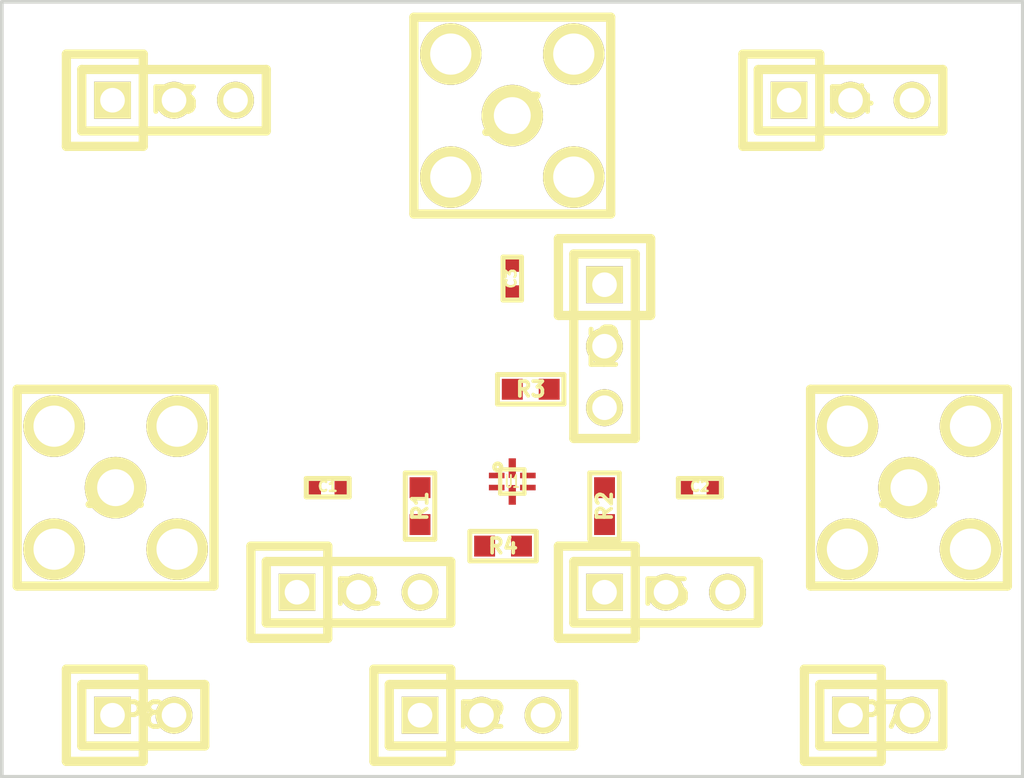
<source format=kicad_pcb>
(kicad_pcb (version 4) (host pcbnew "(2015-08-18 BZR 6102)-product")

  (general
    (links 34)
    (no_connects 34)
    (area 0 0 0 0)
    (thickness 1.6)
    (drawings 4)
    (tracks 0)
    (zones 0)
    (modules 19)
    (nets 15)
  )

  (page A4)
  (layers
    (0 F.Cu signal)
    (31 B.Cu signal)
    (32 B.Adhes user)
    (33 F.Adhes user)
    (34 B.Paste user)
    (35 F.Paste user)
    (36 B.SilkS user)
    (37 F.SilkS user)
    (38 B.Mask user)
    (39 F.Mask user)
    (40 Dwgs.User user)
    (41 Cmts.User user)
    (42 Eco1.User user)
    (43 Eco2.User user)
    (44 Edge.Cuts user)
    (45 Margin user)
    (46 B.CrtYd user)
    (47 F.CrtYd user)
    (48 B.Fab user)
    (49 F.Fab user)
  )

  (setup
    (last_trace_width 0.25)
    (trace_clearance 0.2)
    (zone_clearance 0.508)
    (zone_45_only no)
    (trace_min 0.2)
    (segment_width 0.2)
    (edge_width 0.15)
    (via_size 0.6)
    (via_drill 0.4)
    (via_min_size 0.4)
    (via_min_drill 0.3)
    (uvia_size 0.3)
    (uvia_drill 0.1)
    (uvias_allowed no)
    (uvia_min_size 0.2)
    (uvia_min_drill 0.1)
    (pcb_text_width 0.3)
    (pcb_text_size 1.5 1.5)
    (mod_edge_width 0.15)
    (mod_text_size 1 1)
    (mod_text_width 0.15)
    (pad_size 1.524 1.524)
    (pad_drill 0.762)
    (pad_to_mask_clearance 0.2)
    (aux_axis_origin 0 0)
    (visible_elements FFFFFF7F)
    (pcbplotparams
      (layerselection 0x00030_80000001)
      (usegerberextensions false)
      (excludeedgelayer true)
      (linewidth 0.100000)
      (plotframeref false)
      (viasonmask false)
      (mode 1)
      (useauxorigin false)
      (hpglpennumber 1)
      (hpglpenspeed 20)
      (hpglpendiameter 15)
      (hpglpenoverlay 2)
      (psnegative false)
      (psa4output false)
      (plotreference true)
      (plotvalue true)
      (plotinvisibletext false)
      (padsonsilk false)
      (subtractmaskfromsilk false)
      (outputformat 1)
      (mirror false)
      (drillshape 1)
      (scaleselection 1)
      (outputdirectory ""))
  )

  (net 0 "")
  (net 1 "Net-(C1-Pad2)")
  (net 2 "Net-(C1-Pad1)")
  (net 3 "Net-(C2-Pad2)")
  (net 4 "Net-(C2-Pad1)")
  (net 5 "Net-(C3-Pad2)")
  (net 6 "Net-(C3-Pad1)")
  (net 7 GND)
  (net 8 VCC)
  (net 9 "Net-(P2-Pad2)")
  (net 10 "Net-(P3-Pad2)")
  (net 11 "Net-(P4-Pad2)")
  (net 12 "Net-(P1-Pad2)")
  (net 13 "Net-(P5-Pad2)")
  (net 14 "Net-(P6-Pad2)")

  (net_class Default "This is the default net class."
    (clearance 0.2)
    (trace_width 0.25)
    (via_dia 0.6)
    (via_drill 0.4)
    (uvia_dia 0.3)
    (uvia_drill 0.1)
    (add_net GND)
    (add_net "Net-(C1-Pad1)")
    (add_net "Net-(C1-Pad2)")
    (add_net "Net-(C2-Pad1)")
    (add_net "Net-(C2-Pad2)")
    (add_net "Net-(C3-Pad1)")
    (add_net "Net-(C3-Pad2)")
    (add_net "Net-(P1-Pad2)")
    (add_net "Net-(P2-Pad2)")
    (add_net "Net-(P3-Pad2)")
    (add_net "Net-(P4-Pad2)")
    (add_net "Net-(P5-Pad2)")
    (add_net "Net-(P6-Pad2)")
    (add_net VCC)
  )

  (module gsg-modules:0402 (layer F.Cu) (tedit 4FB6CFE4) (tstamp 56DA2902)
    (at 144.78 101.854 180)
    (path /56DA2888)
    (solder_mask_margin 0.1016)
    (fp_text reference C1 (at 0 0.0508 180) (layer F.SilkS)
      (effects (font (size 0.4064 0.4064) (thickness 0.1016)))
    )
    (fp_text value C (at 0 0.0508 180) (layer F.SilkS) hide
      (effects (font (size 0.4064 0.4064) (thickness 0.1016)))
    )
    (fp_line (start 0.889 -0.381) (end 0.889 0.381) (layer F.SilkS) (width 0.2032))
    (fp_line (start 0.889 0.381) (end -0.889 0.381) (layer F.SilkS) (width 0.2032))
    (fp_line (start -0.889 0.381) (end -0.889 -0.381) (layer F.SilkS) (width 0.2032))
    (fp_line (start -0.889 -0.381) (end 0.889 -0.381) (layer F.SilkS) (width 0.2032))
    (pad 2 smd rect (at 0.5334 0 180) (size 0.508 0.5588) (layers F.Cu F.Paste F.Mask)
      (net 1 "Net-(C1-Pad2)") (solder_mask_margin 0.1016))
    (pad 1 smd rect (at -0.5334 0 180) (size 0.508 0.5588) (layers F.Cu F.Paste F.Mask)
      (net 2 "Net-(C1-Pad1)") (solder_mask_margin 0.1016))
  )

  (module gsg-modules:0402 (layer F.Cu) (tedit 4FB6CFE4) (tstamp 56DA2908)
    (at 160.147 101.854 180)
    (path /56DA5399)
    (solder_mask_margin 0.1016)
    (fp_text reference C2 (at 0 0.0508 180) (layer F.SilkS)
      (effects (font (size 0.4064 0.4064) (thickness 0.1016)))
    )
    (fp_text value C (at 0 0.0508 180) (layer F.SilkS) hide
      (effects (font (size 0.4064 0.4064) (thickness 0.1016)))
    )
    (fp_line (start 0.889 -0.381) (end 0.889 0.381) (layer F.SilkS) (width 0.2032))
    (fp_line (start 0.889 0.381) (end -0.889 0.381) (layer F.SilkS) (width 0.2032))
    (fp_line (start -0.889 0.381) (end -0.889 -0.381) (layer F.SilkS) (width 0.2032))
    (fp_line (start -0.889 -0.381) (end 0.889 -0.381) (layer F.SilkS) (width 0.2032))
    (pad 2 smd rect (at 0.5334 0 180) (size 0.508 0.5588) (layers F.Cu F.Paste F.Mask)
      (net 3 "Net-(C2-Pad2)") (solder_mask_margin 0.1016))
    (pad 1 smd rect (at -0.5334 0 180) (size 0.508 0.5588) (layers F.Cu F.Paste F.Mask)
      (net 4 "Net-(C2-Pad1)") (solder_mask_margin 0.1016))
  )

  (module gsg-modules:0402 (layer F.Cu) (tedit 4FB6CFE4) (tstamp 56DA290E)
    (at 152.4 93.218 270)
    (path /56DA5646)
    (solder_mask_margin 0.1016)
    (fp_text reference C3 (at 0 0.0508 270) (layer F.SilkS)
      (effects (font (size 0.4064 0.4064) (thickness 0.1016)))
    )
    (fp_text value C (at 0 0.0508 270) (layer F.SilkS) hide
      (effects (font (size 0.4064 0.4064) (thickness 0.1016)))
    )
    (fp_line (start 0.889 -0.381) (end 0.889 0.381) (layer F.SilkS) (width 0.2032))
    (fp_line (start 0.889 0.381) (end -0.889 0.381) (layer F.SilkS) (width 0.2032))
    (fp_line (start -0.889 0.381) (end -0.889 -0.381) (layer F.SilkS) (width 0.2032))
    (fp_line (start -0.889 -0.381) (end 0.889 -0.381) (layer F.SilkS) (width 0.2032))
    (pad 2 smd rect (at 0.5334 0 270) (size 0.508 0.5588) (layers F.Cu F.Paste F.Mask)
      (net 5 "Net-(C3-Pad2)") (solder_mask_margin 0.1016))
    (pad 1 smd rect (at -0.5334 0 270) (size 0.508 0.5588) (layers F.Cu F.Paste F.Mask)
      (net 6 "Net-(C3-Pad1)") (solder_mask_margin 0.1016))
  )

  (module gsg-modules:SMA-VERTICAL (layer F.Cu) (tedit 5047A6AD) (tstamp 56DA2917)
    (at 136.017 101.854)
    (path /56DA22DC)
    (fp_text reference J1 (at 0 0) (layer F.SilkS)
      (effects (font (thickness 0.3048)))
    )
    (fp_text value SMA (at 0 0) (layer F.SilkS) hide
      (effects (font (thickness 0.3048)))
    )
    (fp_line (start -4.064 -4.064) (end -4.064 4.064) (layer F.SilkS) (width 0.381))
    (fp_line (start -4.064 4.064) (end 4.064 4.064) (layer F.SilkS) (width 0.381))
    (fp_line (start 4.064 4.064) (end 4.064 -4.064) (layer F.SilkS) (width 0.381))
    (fp_line (start 4.064 -4.064) (end -4.064 -4.064) (layer F.SilkS) (width 0.381))
    (pad 1 thru_hole circle (at 0 0) (size 2.54 2.54) (drill 1.524) (layers *.Cu *.Mask F.SilkS)
      (net 1 "Net-(C1-Pad2)"))
    (pad 2 thru_hole circle (at -2.54 -2.54) (size 2.54 2.54) (drill 1.7018) (layers *.Cu *.Mask F.SilkS)
      (net 7 GND))
    (pad 3 thru_hole circle (at -2.54 2.54) (size 2.54 2.54) (drill 1.7018) (layers *.Cu *.Mask F.SilkS))
    (pad 4 thru_hole circle (at 2.54 2.54) (size 2.54 2.54) (drill 1.7018) (layers *.Cu *.Mask F.SilkS))
    (pad 5 thru_hole circle (at 2.54 -2.54) (size 2.54 2.54) (drill 1.7018) (layers *.Cu *.Mask F.SilkS))
  )

  (module gsg-modules:SMA-VERTICAL (layer F.Cu) (tedit 5047A6AD) (tstamp 56DA2920)
    (at 168.783 101.854)
    (path /56DA4793)
    (fp_text reference J2 (at 0 0) (layer F.SilkS)
      (effects (font (thickness 0.3048)))
    )
    (fp_text value SMA (at 0 0) (layer F.SilkS) hide
      (effects (font (thickness 0.3048)))
    )
    (fp_line (start -4.064 -4.064) (end -4.064 4.064) (layer F.SilkS) (width 0.381))
    (fp_line (start -4.064 4.064) (end 4.064 4.064) (layer F.SilkS) (width 0.381))
    (fp_line (start 4.064 4.064) (end 4.064 -4.064) (layer F.SilkS) (width 0.381))
    (fp_line (start 4.064 -4.064) (end -4.064 -4.064) (layer F.SilkS) (width 0.381))
    (pad 1 thru_hole circle (at 0 0) (size 2.54 2.54) (drill 1.524) (layers *.Cu *.Mask F.SilkS)
      (net 4 "Net-(C2-Pad1)"))
    (pad 2 thru_hole circle (at -2.54 -2.54) (size 2.54 2.54) (drill 1.7018) (layers *.Cu *.Mask F.SilkS)
      (net 7 GND))
    (pad 3 thru_hole circle (at -2.54 2.54) (size 2.54 2.54) (drill 1.7018) (layers *.Cu *.Mask F.SilkS))
    (pad 4 thru_hole circle (at 2.54 2.54) (size 2.54 2.54) (drill 1.7018) (layers *.Cu *.Mask F.SilkS))
    (pad 5 thru_hole circle (at 2.54 -2.54) (size 2.54 2.54) (drill 1.7018) (layers *.Cu *.Mask F.SilkS))
  )

  (module gsg-modules:SMA-VERTICAL (layer F.Cu) (tedit 5047A6AD) (tstamp 56DA2929)
    (at 152.4 86.487)
    (path /56DA2121)
    (fp_text reference J3 (at 0 0) (layer F.SilkS)
      (effects (font (thickness 0.3048)))
    )
    (fp_text value SMA (at 0 0) (layer F.SilkS) hide
      (effects (font (thickness 0.3048)))
    )
    (fp_line (start -4.064 -4.064) (end -4.064 4.064) (layer F.SilkS) (width 0.381))
    (fp_line (start -4.064 4.064) (end 4.064 4.064) (layer F.SilkS) (width 0.381))
    (fp_line (start 4.064 4.064) (end 4.064 -4.064) (layer F.SilkS) (width 0.381))
    (fp_line (start 4.064 -4.064) (end -4.064 -4.064) (layer F.SilkS) (width 0.381))
    (pad 1 thru_hole circle (at 0 0) (size 2.54 2.54) (drill 1.524) (layers *.Cu *.Mask F.SilkS)
      (net 6 "Net-(C3-Pad1)"))
    (pad 2 thru_hole circle (at -2.54 -2.54) (size 2.54 2.54) (drill 1.7018) (layers *.Cu *.Mask F.SilkS)
      (net 7 GND))
    (pad 3 thru_hole circle (at -2.54 2.54) (size 2.54 2.54) (drill 1.7018) (layers *.Cu *.Mask F.SilkS))
    (pad 4 thru_hole circle (at 2.54 2.54) (size 2.54 2.54) (drill 1.7018) (layers *.Cu *.Mask F.SilkS))
    (pad 5 thru_hole circle (at 2.54 -2.54) (size 2.54 2.54) (drill 1.7018) (layers *.Cu *.Mask F.SilkS))
  )

  (module gsg-modules:HEADER-1x3 (layer F.Cu) (tedit 4F8A5ED8) (tstamp 56DA2930)
    (at 146.05 106.172)
    (tags CONN)
    (path /56DA2D1A)
    (fp_text reference P1 (at 0 0) (layer F.SilkS)
      (effects (font (size 1.016 1.016) (thickness 0.2032)))
    )
    (fp_text value CONN_01X03 (at 0 0) (layer F.SilkS) hide
      (effects (font (size 1.016 1.016) (thickness 0.2032)))
    )
    (fp_line (start -3.81 -1.27) (end 3.81 -1.27) (layer F.SilkS) (width 0.381))
    (fp_line (start 3.81 -1.27) (end 3.81 1.27) (layer F.SilkS) (width 0.381))
    (fp_line (start 3.81 1.27) (end -3.81 1.27) (layer F.SilkS) (width 0.381))
    (fp_line (start -1.27 1.905) (end -1.27 -1.905) (layer F.SilkS) (width 0.381))
    (fp_line (start -1.27 -1.905) (end -4.445 -1.905) (layer F.SilkS) (width 0.381))
    (fp_line (start -4.445 -1.905) (end -4.445 1.905) (layer F.SilkS) (width 0.381))
    (fp_line (start -3.81 -1.27) (end -3.81 1.27) (layer F.SilkS) (width 0.381))
    (fp_line (start -4.445 1.905) (end -1.27 1.905) (layer F.SilkS) (width 0.381))
    (pad 1 thru_hole rect (at -2.54 0) (size 1.524 1.524) (drill 1.016) (layers *.Cu *.Mask F.SilkS)
      (net 7 GND))
    (pad 2 thru_hole circle (at 0 0) (size 1.524 1.524) (drill 1.016) (layers *.Cu *.Mask F.SilkS)
      (net 12 "Net-(P1-Pad2)"))
    (pad 3 thru_hole circle (at 2.54 0) (size 1.524 1.524) (drill 1.016) (layers *.Cu *.Mask F.SilkS)
      (net 8 VCC))
  )

  (module gsg-modules:HEADER-1x3 (layer F.Cu) (tedit 4F8A5ED8) (tstamp 56DA2937)
    (at 151.13 111.252)
    (tags CONN)
    (path /56DA3431)
    (fp_text reference P2 (at 0 0) (layer F.SilkS)
      (effects (font (size 1.016 1.016) (thickness 0.2032)))
    )
    (fp_text value CONN_01X03 (at 0 0) (layer F.SilkS) hide
      (effects (font (size 1.016 1.016) (thickness 0.2032)))
    )
    (fp_line (start -3.81 -1.27) (end 3.81 -1.27) (layer F.SilkS) (width 0.381))
    (fp_line (start 3.81 -1.27) (end 3.81 1.27) (layer F.SilkS) (width 0.381))
    (fp_line (start 3.81 1.27) (end -3.81 1.27) (layer F.SilkS) (width 0.381))
    (fp_line (start -1.27 1.905) (end -1.27 -1.905) (layer F.SilkS) (width 0.381))
    (fp_line (start -1.27 -1.905) (end -4.445 -1.905) (layer F.SilkS) (width 0.381))
    (fp_line (start -4.445 -1.905) (end -4.445 1.905) (layer F.SilkS) (width 0.381))
    (fp_line (start -3.81 -1.27) (end -3.81 1.27) (layer F.SilkS) (width 0.381))
    (fp_line (start -4.445 1.905) (end -1.27 1.905) (layer F.SilkS) (width 0.381))
    (pad 1 thru_hole rect (at -2.54 0) (size 1.524 1.524) (drill 1.016) (layers *.Cu *.Mask F.SilkS)
      (net 7 GND))
    (pad 2 thru_hole circle (at 0 0) (size 1.524 1.524) (drill 1.016) (layers *.Cu *.Mask F.SilkS)
      (net 9 "Net-(P2-Pad2)"))
    (pad 3 thru_hole circle (at 2.54 0) (size 1.524 1.524) (drill 1.016) (layers *.Cu *.Mask F.SilkS)
      (net 8 VCC))
  )

  (module gsg-modules:HEADER-1x3 (layer F.Cu) (tedit 4F8A5ED8) (tstamp 56DA293E)
    (at 138.43 85.852)
    (tags CONN)
    (path /56DA4DA6)
    (fp_text reference P3 (at 0 0) (layer F.SilkS)
      (effects (font (size 1.016 1.016) (thickness 0.2032)))
    )
    (fp_text value CONN_01X03 (at 0 0) (layer F.SilkS) hide
      (effects (font (size 1.016 1.016) (thickness 0.2032)))
    )
    (fp_line (start -3.81 -1.27) (end 3.81 -1.27) (layer F.SilkS) (width 0.381))
    (fp_line (start 3.81 -1.27) (end 3.81 1.27) (layer F.SilkS) (width 0.381))
    (fp_line (start 3.81 1.27) (end -3.81 1.27) (layer F.SilkS) (width 0.381))
    (fp_line (start -1.27 1.905) (end -1.27 -1.905) (layer F.SilkS) (width 0.381))
    (fp_line (start -1.27 -1.905) (end -4.445 -1.905) (layer F.SilkS) (width 0.381))
    (fp_line (start -4.445 -1.905) (end -4.445 1.905) (layer F.SilkS) (width 0.381))
    (fp_line (start -3.81 -1.27) (end -3.81 1.27) (layer F.SilkS) (width 0.381))
    (fp_line (start -4.445 1.905) (end -1.27 1.905) (layer F.SilkS) (width 0.381))
    (pad 1 thru_hole rect (at -2.54 0) (size 1.524 1.524) (drill 1.016) (layers *.Cu *.Mask F.SilkS)
      (net 7 GND))
    (pad 2 thru_hole circle (at 0 0) (size 1.524 1.524) (drill 1.016) (layers *.Cu *.Mask F.SilkS)
      (net 10 "Net-(P3-Pad2)"))
    (pad 3 thru_hole circle (at 2.54 0) (size 1.524 1.524) (drill 1.016) (layers *.Cu *.Mask F.SilkS)
      (net 8 VCC))
  )

  (module gsg-modules:HEADER-1x3 (layer F.Cu) (tedit 4F8A5ED8) (tstamp 56DA2945)
    (at 166.37 85.852)
    (tags CONN)
    (path /56DA4C99)
    (fp_text reference P4 (at 0 0) (layer F.SilkS)
      (effects (font (size 1.016 1.016) (thickness 0.2032)))
    )
    (fp_text value CONN_01X03 (at 0 0) (layer F.SilkS) hide
      (effects (font (size 1.016 1.016) (thickness 0.2032)))
    )
    (fp_line (start -3.81 -1.27) (end 3.81 -1.27) (layer F.SilkS) (width 0.381))
    (fp_line (start 3.81 -1.27) (end 3.81 1.27) (layer F.SilkS) (width 0.381))
    (fp_line (start 3.81 1.27) (end -3.81 1.27) (layer F.SilkS) (width 0.381))
    (fp_line (start -1.27 1.905) (end -1.27 -1.905) (layer F.SilkS) (width 0.381))
    (fp_line (start -1.27 -1.905) (end -4.445 -1.905) (layer F.SilkS) (width 0.381))
    (fp_line (start -4.445 -1.905) (end -4.445 1.905) (layer F.SilkS) (width 0.381))
    (fp_line (start -3.81 -1.27) (end -3.81 1.27) (layer F.SilkS) (width 0.381))
    (fp_line (start -4.445 1.905) (end -1.27 1.905) (layer F.SilkS) (width 0.381))
    (pad 1 thru_hole rect (at -2.54 0) (size 1.524 1.524) (drill 1.016) (layers *.Cu *.Mask F.SilkS)
      (net 7 GND))
    (pad 2 thru_hole circle (at 0 0) (size 1.524 1.524) (drill 1.016) (layers *.Cu *.Mask F.SilkS)
      (net 11 "Net-(P4-Pad2)"))
    (pad 3 thru_hole circle (at 2.54 0) (size 1.524 1.524) (drill 1.016) (layers *.Cu *.Mask F.SilkS)
      (net 8 VCC))
  )

  (module gsg-modules:HEADER-1x3 (layer F.Cu) (tedit 4F8A5ED8) (tstamp 56DA294C)
    (at 158.75 106.172)
    (tags CONN)
    (path /56DA479F)
    (fp_text reference P5 (at 0 0) (layer F.SilkS)
      (effects (font (size 1.016 1.016) (thickness 0.2032)))
    )
    (fp_text value CONN_01X03 (at 0 0) (layer F.SilkS) hide
      (effects (font (size 1.016 1.016) (thickness 0.2032)))
    )
    (fp_line (start -3.81 -1.27) (end 3.81 -1.27) (layer F.SilkS) (width 0.381))
    (fp_line (start 3.81 -1.27) (end 3.81 1.27) (layer F.SilkS) (width 0.381))
    (fp_line (start 3.81 1.27) (end -3.81 1.27) (layer F.SilkS) (width 0.381))
    (fp_line (start -1.27 1.905) (end -1.27 -1.905) (layer F.SilkS) (width 0.381))
    (fp_line (start -1.27 -1.905) (end -4.445 -1.905) (layer F.SilkS) (width 0.381))
    (fp_line (start -4.445 -1.905) (end -4.445 1.905) (layer F.SilkS) (width 0.381))
    (fp_line (start -3.81 -1.27) (end -3.81 1.27) (layer F.SilkS) (width 0.381))
    (fp_line (start -4.445 1.905) (end -1.27 1.905) (layer F.SilkS) (width 0.381))
    (pad 1 thru_hole rect (at -2.54 0) (size 1.524 1.524) (drill 1.016) (layers *.Cu *.Mask F.SilkS)
      (net 7 GND))
    (pad 2 thru_hole circle (at 0 0) (size 1.524 1.524) (drill 1.016) (layers *.Cu *.Mask F.SilkS)
      (net 13 "Net-(P5-Pad2)"))
    (pad 3 thru_hole circle (at 2.54 0) (size 1.524 1.524) (drill 1.016) (layers *.Cu *.Mask F.SilkS)
      (net 8 VCC))
  )

  (module gsg-modules:HEADER-1x3 (layer F.Cu) (tedit 4F8A5ED8) (tstamp 56DA2953)
    (at 156.21 96.012 270)
    (tags CONN)
    (path /56DA3A34)
    (fp_text reference P6 (at 0 0 270) (layer F.SilkS)
      (effects (font (size 1.016 1.016) (thickness 0.2032)))
    )
    (fp_text value CONN_01X03 (at 0 0 270) (layer F.SilkS) hide
      (effects (font (size 1.016 1.016) (thickness 0.2032)))
    )
    (fp_line (start -3.81 -1.27) (end 3.81 -1.27) (layer F.SilkS) (width 0.381))
    (fp_line (start 3.81 -1.27) (end 3.81 1.27) (layer F.SilkS) (width 0.381))
    (fp_line (start 3.81 1.27) (end -3.81 1.27) (layer F.SilkS) (width 0.381))
    (fp_line (start -1.27 1.905) (end -1.27 -1.905) (layer F.SilkS) (width 0.381))
    (fp_line (start -1.27 -1.905) (end -4.445 -1.905) (layer F.SilkS) (width 0.381))
    (fp_line (start -4.445 -1.905) (end -4.445 1.905) (layer F.SilkS) (width 0.381))
    (fp_line (start -3.81 -1.27) (end -3.81 1.27) (layer F.SilkS) (width 0.381))
    (fp_line (start -4.445 1.905) (end -1.27 1.905) (layer F.SilkS) (width 0.381))
    (pad 1 thru_hole rect (at -2.54 0 270) (size 1.524 1.524) (drill 1.016) (layers *.Cu *.Mask F.SilkS)
      (net 7 GND))
    (pad 2 thru_hole circle (at 0 0 270) (size 1.524 1.524) (drill 1.016) (layers *.Cu *.Mask F.SilkS)
      (net 14 "Net-(P6-Pad2)"))
    (pad 3 thru_hole circle (at 2.54 0 270) (size 1.524 1.524) (drill 1.016) (layers *.Cu *.Mask F.SilkS)
      (net 8 VCC))
  )

  (module gsg-modules:HEADER-1x2 (layer F.Cu) (tedit 4F8A5E8A) (tstamp 56DA2959)
    (at 167.64 111.252)
    (tags CONN)
    (path /56DA6957)
    (fp_text reference P7 (at 0 0) (layer F.SilkS)
      (effects (font (size 1.016 1.016) (thickness 0.2032)))
    )
    (fp_text value CONN_01X02 (at 0 0) (layer F.SilkS) hide
      (effects (font (size 1.016 1.016) (thickness 0.2032)))
    )
    (fp_line (start -2.54 -1.27) (end 2.54 -1.27) (layer F.SilkS) (width 0.381))
    (fp_line (start 2.54 -1.27) (end 2.54 1.27) (layer F.SilkS) (width 0.381))
    (fp_line (start 2.54 1.27) (end -2.54 1.27) (layer F.SilkS) (width 0.381))
    (fp_line (start 0 1.905) (end 0 -1.905) (layer F.SilkS) (width 0.381))
    (fp_line (start 0 -1.905) (end -3.175 -1.905) (layer F.SilkS) (width 0.381))
    (fp_line (start -3.175 -1.905) (end -3.175 1.905) (layer F.SilkS) (width 0.381))
    (fp_line (start -2.54 -1.27) (end -2.54 1.27) (layer F.SilkS) (width 0.381))
    (fp_line (start -3.175 1.905) (end 0 1.905) (layer F.SilkS) (width 0.381))
    (pad 1 thru_hole rect (at -1.27 0) (size 1.524 1.524) (drill 1.016) (layers *.Cu *.Mask F.SilkS)
      (net 8 VCC))
    (pad 2 thru_hole circle (at 1.27 0) (size 1.524 1.524) (drill 1.016) (layers *.Cu *.Mask F.SilkS)
      (net 8 VCC))
  )

  (module gsg-modules:HEADER-1x2 (layer F.Cu) (tedit 4F8A5E8A) (tstamp 56DA295F)
    (at 137.16 111.252)
    (tags CONN)
    (path /56DA6C26)
    (fp_text reference P8 (at 0 0) (layer F.SilkS)
      (effects (font (size 1.016 1.016) (thickness 0.2032)))
    )
    (fp_text value CONN_01X02 (at 0 0) (layer F.SilkS) hide
      (effects (font (size 1.016 1.016) (thickness 0.2032)))
    )
    (fp_line (start -2.54 -1.27) (end 2.54 -1.27) (layer F.SilkS) (width 0.381))
    (fp_line (start 2.54 -1.27) (end 2.54 1.27) (layer F.SilkS) (width 0.381))
    (fp_line (start 2.54 1.27) (end -2.54 1.27) (layer F.SilkS) (width 0.381))
    (fp_line (start 0 1.905) (end 0 -1.905) (layer F.SilkS) (width 0.381))
    (fp_line (start 0 -1.905) (end -3.175 -1.905) (layer F.SilkS) (width 0.381))
    (fp_line (start -3.175 -1.905) (end -3.175 1.905) (layer F.SilkS) (width 0.381))
    (fp_line (start -2.54 -1.27) (end -2.54 1.27) (layer F.SilkS) (width 0.381))
    (fp_line (start -3.175 1.905) (end 0 1.905) (layer F.SilkS) (width 0.381))
    (pad 1 thru_hole rect (at -1.27 0) (size 1.524 1.524) (drill 1.016) (layers *.Cu *.Mask F.SilkS)
      (net 7 GND))
    (pad 2 thru_hole circle (at 1.27 0) (size 1.524 1.524) (drill 1.016) (layers *.Cu *.Mask F.SilkS)
      (net 7 GND))
  )

  (module gsg-modules:0603 (layer F.Cu) (tedit 5605D54C) (tstamp 56DA2965)
    (at 148.59 102.616 270)
    (path /56DA2931)
    (solder_mask_margin 0.1016)
    (fp_text reference R1 (at 0 0 270) (layer F.SilkS)
      (effects (font (size 0.6096 0.6096) (thickness 0.1524)))
    )
    (fp_text value R (at 0 0 270) (layer F.SilkS) hide
      (effects (font (size 0.6096 0.6096) (thickness 0.1524)))
    )
    (fp_line (start 1.3716 -0.6096) (end -1.3716 -0.6096) (layer F.SilkS) (width 0.2032))
    (fp_line (start -1.3716 -0.6096) (end -1.3716 0.6096) (layer F.SilkS) (width 0.2032))
    (fp_line (start -1.3716 0.6096) (end 1.3716 0.6096) (layer F.SilkS) (width 0.2032))
    (fp_line (start 1.3716 0.6096) (end 1.3716 -0.6096) (layer F.SilkS) (width 0.2032))
    (pad 2 smd rect (at 0.762 0 270) (size 0.8636 0.8636) (layers F.Cu F.Paste F.Mask)
      (net 12 "Net-(P1-Pad2)") (solder_mask_margin 0.1016) (clearance 0.1778))
    (pad 1 smd rect (at -0.762 0 270) (size 0.8636 0.8636) (layers F.Cu F.Paste F.Mask)
      (net 2 "Net-(C1-Pad1)") (solder_mask_margin 0.1016) (clearance 0.1778))
  )

  (module gsg-modules:0603 (layer F.Cu) (tedit 5605D54C) (tstamp 56DA296B)
    (at 156.21 102.616 270)
    (path /56DA2A36)
    (solder_mask_margin 0.1016)
    (fp_text reference R2 (at 0 0 270) (layer F.SilkS)
      (effects (font (size 0.6096 0.6096) (thickness 0.1524)))
    )
    (fp_text value R (at 0 0 270) (layer F.SilkS) hide
      (effects (font (size 0.6096 0.6096) (thickness 0.1524)))
    )
    (fp_line (start 1.3716 -0.6096) (end -1.3716 -0.6096) (layer F.SilkS) (width 0.2032))
    (fp_line (start -1.3716 -0.6096) (end -1.3716 0.6096) (layer F.SilkS) (width 0.2032))
    (fp_line (start -1.3716 0.6096) (end 1.3716 0.6096) (layer F.SilkS) (width 0.2032))
    (fp_line (start 1.3716 0.6096) (end 1.3716 -0.6096) (layer F.SilkS) (width 0.2032))
    (pad 2 smd rect (at 0.762 0 270) (size 0.8636 0.8636) (layers F.Cu F.Paste F.Mask)
      (net 13 "Net-(P5-Pad2)") (solder_mask_margin 0.1016) (clearance 0.1778))
    (pad 1 smd rect (at -0.762 0 270) (size 0.8636 0.8636) (layers F.Cu F.Paste F.Mask)
      (net 3 "Net-(C2-Pad2)") (solder_mask_margin 0.1016) (clearance 0.1778))
  )

  (module gsg-modules:0603 (layer F.Cu) (tedit 5605D54C) (tstamp 56DA2971)
    (at 153.162 97.79)
    (path /56DA2600)
    (solder_mask_margin 0.1016)
    (fp_text reference R3 (at 0 0) (layer F.SilkS)
      (effects (font (size 0.6096 0.6096) (thickness 0.1524)))
    )
    (fp_text value R (at 0 0) (layer F.SilkS) hide
      (effects (font (size 0.6096 0.6096) (thickness 0.1524)))
    )
    (fp_line (start 1.3716 -0.6096) (end -1.3716 -0.6096) (layer F.SilkS) (width 0.2032))
    (fp_line (start -1.3716 -0.6096) (end -1.3716 0.6096) (layer F.SilkS) (width 0.2032))
    (fp_line (start -1.3716 0.6096) (end 1.3716 0.6096) (layer F.SilkS) (width 0.2032))
    (fp_line (start 1.3716 0.6096) (end 1.3716 -0.6096) (layer F.SilkS) (width 0.2032))
    (pad 2 smd rect (at 0.762 0) (size 0.8636 0.8636) (layers F.Cu F.Paste F.Mask)
      (net 14 "Net-(P6-Pad2)") (solder_mask_margin 0.1016) (clearance 0.1778))
    (pad 1 smd rect (at -0.762 0) (size 0.8636 0.8636) (layers F.Cu F.Paste F.Mask)
      (net 5 "Net-(C3-Pad2)") (solder_mask_margin 0.1016) (clearance 0.1778))
  )

  (module gsg-modules:0603 (layer F.Cu) (tedit 5605D54C) (tstamp 56DA2977)
    (at 152.019 104.267 180)
    (path /56DA254A)
    (solder_mask_margin 0.1016)
    (fp_text reference R4 (at 0 0 180) (layer F.SilkS)
      (effects (font (size 0.6096 0.6096) (thickness 0.1524)))
    )
    (fp_text value R (at 0 0 180) (layer F.SilkS) hide
      (effects (font (size 0.6096 0.6096) (thickness 0.1524)))
    )
    (fp_line (start 1.3716 -0.6096) (end -1.3716 -0.6096) (layer F.SilkS) (width 0.2032))
    (fp_line (start -1.3716 -0.6096) (end -1.3716 0.6096) (layer F.SilkS) (width 0.2032))
    (fp_line (start -1.3716 0.6096) (end 1.3716 0.6096) (layer F.SilkS) (width 0.2032))
    (fp_line (start 1.3716 0.6096) (end 1.3716 -0.6096) (layer F.SilkS) (width 0.2032))
    (pad 2 smd rect (at 0.762 0 180) (size 0.8636 0.8636) (layers F.Cu F.Paste F.Mask)
      (net 7 GND) (solder_mask_margin 0.1016) (clearance 0.1778))
    (pad 1 smd rect (at -0.762 0 180) (size 0.8636 0.8636) (layers F.Cu F.Paste F.Mask)
      (net 9 "Net-(P2-Pad2)") (solder_mask_margin 0.1016) (clearance 0.1778))
  )

  (module gsg-modules:SKY13350-385LF (layer F.Cu) (tedit 526ED53C) (tstamp 56DA2999)
    (at 152.4 101.6)
    (path /56DA20B1)
    (solder_paste_ratio -0.02)
    (fp_text reference U1 (at 0 0) (layer F.SilkS)
      (effects (font (size 0.50038 0.29972) (thickness 0.0762)))
    )
    (fp_text value SKY13350 (at 0 0) (layer F.SilkS) hide
      (effects (font (size 0.50038 0.29972) (thickness 0.0762)))
    )
    (fp_circle (center -0.59944 -0.59944) (end -0.50038 -0.50038) (layer F.SilkS) (width 0.1778))
    (fp_line (start 0.50038 0.50038) (end -0.50038 0.50038) (layer F.SilkS) (width 0.1778))
    (fp_line (start -0.50038 0.50038) (end -0.50038 -0.50038) (layer F.SilkS) (width 0.1778))
    (fp_line (start -0.50038 -0.50038) (end 0.50038 -0.50038) (layer F.SilkS) (width 0.1778))
    (fp_line (start 0.50038 -0.50038) (end 0.50038 0.50038) (layer F.SilkS) (width 0.1778))
    (pad 1 smd rect (at -0.6435 -0.24892) (size 0.645 0.23) (layers F.Cu F.Paste F.Mask)
      (net 10 "Net-(P3-Pad2)") (die_length -2147.483648))
    (pad 3 smd rect (at 0 0.552) (size 0.3 0.813) (layers F.Cu F.Paste F.Mask)
      (net 9 "Net-(P2-Pad2)") (die_length -2147.483648))
    (pad 4 smd rect (at 0.6435 0.24892) (size 0.645 0.23) (layers F.Cu F.Paste F.Mask)
      (net 3 "Net-(C2-Pad2)") (die_length 0.0508))
    (pad 5 smd rect (at 0.6435 -0.24892) (size 0.645 0.23) (layers F.Cu F.Paste F.Mask)
      (net 11 "Net-(P4-Pad2)") (die_length 10.53846))
    (pad 6 smd rect (at 0 -0.552) (size 0.3 0.813) (layers F.Cu F.Paste F.Mask)
      (net 5 "Net-(C3-Pad2)") (die_length -2147.483648))
    (pad 2 smd rect (at -0.6435 0.24892) (size 0.645 0.23) (layers F.Cu F.Paste F.Mask)
      (net 2 "Net-(C1-Pad1)") (die_length -2147.483648))
  )

  (gr_line (start 131.318 113.792) (end 131.318 81.788) (angle 90) (layer Edge.Cuts) (width 0.15))
  (gr_line (start 173.482 113.792) (end 131.318 113.792) (angle 90) (layer Edge.Cuts) (width 0.15))
  (gr_line (start 173.482 81.788) (end 173.482 113.792) (angle 90) (layer Edge.Cuts) (width 0.15))
  (gr_line (start 131.318 81.788) (end 173.482 81.788) (angle 90) (layer Edge.Cuts) (width 0.15))

)

</source>
